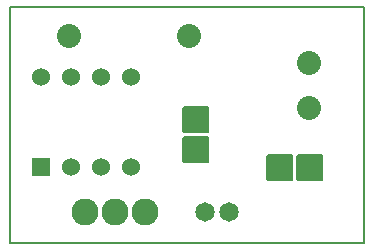
<source format=gbr>
G04 PROTEUS GERBER X2 FILE*
%TF.GenerationSoftware,Labcenter,Proteus,8.6-SP2-Build23525*%
%TF.CreationDate,2021-09-07T15:34:43+00:00*%
%TF.FileFunction,Soldermask,Top*%
%TF.FilePolarity,Negative*%
%TF.Part,Single*%
%FSLAX45Y45*%
%MOMM*%
G01*
%AMPPAD011*
4,1,36,
-0.635000,0.762000,
0.635000,0.762000,
0.660970,0.759470,
0.684980,0.752200,
0.706580,0.740650,
0.725290,0.725290,
0.740650,0.706570,
0.752200,0.684980,
0.759470,0.660970,
0.762000,0.635000,
0.762000,-0.635000,
0.759470,-0.660970,
0.752200,-0.684980,
0.740650,-0.706570,
0.725290,-0.725290,
0.706580,-0.740650,
0.684980,-0.752200,
0.660970,-0.759470,
0.635000,-0.762000,
-0.635000,-0.762000,
-0.660970,-0.759470,
-0.684980,-0.752200,
-0.706580,-0.740650,
-0.725290,-0.725290,
-0.740650,-0.706570,
-0.752200,-0.684980,
-0.759470,-0.660970,
-0.762000,-0.635000,
-0.762000,0.635000,
-0.759470,0.660970,
-0.752200,0.684980,
-0.740650,0.706570,
-0.725290,0.725290,
-0.706580,0.740650,
-0.684980,0.752200,
-0.660970,0.759470,
-0.635000,0.762000,
0*%
%TA.AperFunction,Material*%
%ADD71PPAD011*%
%ADD20C,1.524000*%
%TA.AperFunction,Material*%
%ADD21C,2.032000*%
%TA.AperFunction,Material*%
%ADD22C,2.286000*%
%AMPPAD015*
4,1,36,
1.016000,-1.143000,
-1.016000,-1.143000,
-1.041970,-1.140470,
-1.065980,-1.133200,
-1.087580,-1.121650,
-1.106290,-1.106290,
-1.121650,-1.087570,
-1.133200,-1.065980,
-1.140470,-1.041970,
-1.143000,-1.016000,
-1.143000,1.016000,
-1.140470,1.041970,
-1.133200,1.065980,
-1.121650,1.087570,
-1.106290,1.106290,
-1.087580,1.121650,
-1.065980,1.133200,
-1.041970,1.140470,
-1.016000,1.143000,
1.016000,1.143000,
1.041970,1.140470,
1.065980,1.133200,
1.087580,1.121650,
1.106290,1.106290,
1.121650,1.087570,
1.133200,1.065980,
1.140470,1.041970,
1.143000,1.016000,
1.143000,-1.016000,
1.140470,-1.041970,
1.133200,-1.065980,
1.121650,-1.087570,
1.106290,-1.106290,
1.087580,-1.121650,
1.065980,-1.133200,
1.041970,-1.140470,
1.016000,-1.143000,
0*%
%TA.AperFunction,Material*%
%ADD23PPAD015*%
%ADD24C,1.651000*%
%AMPPAD017*
4,1,36,
1.143000,1.016000,
1.143000,-1.016000,
1.140470,-1.041970,
1.133200,-1.065980,
1.121650,-1.087580,
1.106290,-1.106290,
1.087570,-1.121650,
1.065980,-1.133200,
1.041970,-1.140470,
1.016000,-1.143000,
-1.016000,-1.143000,
-1.041970,-1.140470,
-1.065980,-1.133200,
-1.087570,-1.121650,
-1.106290,-1.106290,
-1.121650,-1.087580,
-1.133200,-1.065980,
-1.140470,-1.041970,
-1.143000,-1.016000,
-1.143000,1.016000,
-1.140470,1.041970,
-1.133200,1.065980,
-1.121650,1.087580,
-1.106290,1.106290,
-1.087570,1.121650,
-1.065980,1.133200,
-1.041970,1.140470,
-1.016000,1.143000,
1.016000,1.143000,
1.041970,1.140470,
1.065980,1.133200,
1.087570,1.121650,
1.106290,1.106290,
1.121650,1.087580,
1.133200,1.065980,
1.140470,1.041970,
1.143000,1.016000,
0*%
%ADD25PPAD017*%
%TA.AperFunction,Profile*%
%ADD17C,0.203200*%
%TD.AperFunction*%
D71*
X+258000Y+639000D03*
D20*
X+512000Y+639000D03*
X+766000Y+639000D03*
X+1020000Y+639000D03*
X+1020000Y+1401000D03*
X+766000Y+1401000D03*
X+512000Y+1401000D03*
X+258000Y+1401000D03*
D21*
X+2528000Y+1139000D03*
X+2528000Y+1520000D03*
D22*
X+635000Y+258000D03*
X+1143000Y+258000D03*
X+889000Y+258000D03*
D23*
X+2540000Y+635000D03*
X+2286000Y+635000D03*
D24*
X+1651000Y+258000D03*
X+1851000Y+258000D03*
D25*
X+1576000Y+1044000D03*
X+1576000Y+790000D03*
D21*
X+500000Y+1750000D03*
X+1516000Y+1750000D03*
D17*
X+0Y+0D02*
X+3000000Y+0D01*
X+3000000Y+2000000D01*
X+0Y+2000000D01*
X+0Y+0D01*
M02*

</source>
